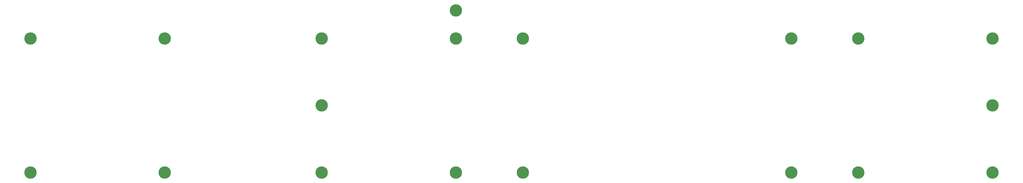
<source format=gbr>
G04 #@! TF.GenerationSoftware,KiCad,Pcbnew,(5.1.2-1)-1*
G04 #@! TF.CreationDate,2020-05-24T08:14:27-05:00*
G04 #@! TF.ProjectId,therick48.16SP_bottom_plate,74686572-6963-46b3-9438-2e313653505f,rev?*
G04 #@! TF.SameCoordinates,Original*
G04 #@! TF.FileFunction,Copper,L2,Bot*
G04 #@! TF.FilePolarity,Positive*
%FSLAX46Y46*%
G04 Gerber Fmt 4.6, Leading zero omitted, Abs format (unit mm)*
G04 Created by KiCad (PCBNEW (5.1.2-1)-1) date 2020-05-24 08:14:27*
%MOMM*%
%LPD*%
G04 APERTURE LIST*
%ADD10C,3.500000*%
G04 APERTURE END LIST*
D10*
X120459991Y-59660000D03*
X120459991Y-97660000D03*
X82459991Y-97660000D03*
X82459991Y-59660000D03*
X202907300Y-51680000D03*
X354920000Y-97660000D03*
X354920000Y-59660000D03*
X297920000Y-97660000D03*
X297920000Y-59660000D03*
X221920000Y-97660000D03*
X221920000Y-59660000D03*
X164920000Y-59660000D03*
X164920000Y-97660000D03*
X354920000Y-78660000D03*
X316920000Y-97660000D03*
X316920000Y-59660000D03*
X202920000Y-97660000D03*
X202920000Y-59675000D03*
X164920000Y-78660000D03*
M02*

</source>
